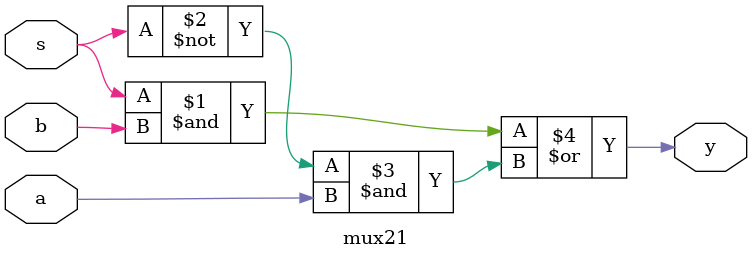
<source format=v>
module mux21(
    input a,
    input b,
    input s,
    output y
);

assign y = (s&b) | (~s&a);

endmodule

</source>
